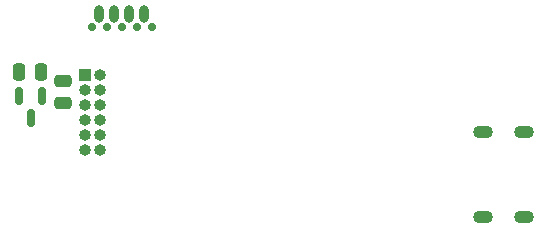
<source format=gbr>
%TF.GenerationSoftware,KiCad,Pcbnew,(6.0.7)*%
%TF.CreationDate,2022-10-28T10:56:42+02:00*%
%TF.ProjectId,LDAD ATOM PRO,4c444144-2041-4544-9f4d-2050524f2e6b,5.3*%
%TF.SameCoordinates,Original*%
%TF.FileFunction,Soldermask,Bot*%
%TF.FilePolarity,Negative*%
%FSLAX46Y46*%
G04 Gerber Fmt 4.6, Leading zero omitted, Abs format (unit mm)*
G04 Created by KiCad (PCBNEW (6.0.7)) date 2022-10-28 10:56:42*
%MOMM*%
%LPD*%
G01*
G04 APERTURE LIST*
G04 Aperture macros list*
%AMRoundRect*
0 Rectangle with rounded corners*
0 $1 Rounding radius*
0 $2 $3 $4 $5 $6 $7 $8 $9 X,Y pos of 4 corners*
0 Add a 4 corners polygon primitive as box body*
4,1,4,$2,$3,$4,$5,$6,$7,$8,$9,$2,$3,0*
0 Add four circle primitives for the rounded corners*
1,1,$1+$1,$2,$3*
1,1,$1+$1,$4,$5*
1,1,$1+$1,$6,$7*
1,1,$1+$1,$8,$9*
0 Add four rect primitives between the rounded corners*
20,1,$1+$1,$2,$3,$4,$5,0*
20,1,$1+$1,$4,$5,$6,$7,0*
20,1,$1+$1,$6,$7,$8,$9,0*
20,1,$1+$1,$8,$9,$2,$3,0*%
G04 Aperture macros list end*
%ADD10RoundRect,0.150000X-0.150000X0.587500X-0.150000X-0.587500X0.150000X-0.587500X0.150000X0.587500X0*%
%ADD11RoundRect,0.250000X0.475000X-0.250000X0.475000X0.250000X-0.475000X0.250000X-0.475000X-0.250000X0*%
%ADD12RoundRect,0.250000X-0.250000X-0.475000X0.250000X-0.475000X0.250000X0.475000X-0.250000X0.475000X0*%
%ADD13R,1.000000X1.000000*%
%ADD14O,1.000000X1.000000*%
%ADD15O,1.700000X1.100000*%
%ADD16C,0.700000*%
%ADD17O,0.800000X1.500000*%
G04 APERTURE END LIST*
D10*
%TO.C,U1*%
X117720000Y-94112500D03*
X119620000Y-94112500D03*
X118670000Y-95987500D03*
%TD*%
D11*
%TO.C,MCPC2*%
X121380000Y-94730000D03*
X121380000Y-92830000D03*
%TD*%
D12*
%TO.C,MCPC1*%
X117680000Y-92070000D03*
X119580000Y-92070000D03*
%TD*%
D13*
%TO.C,J1*%
X123305000Y-92325000D03*
D14*
X124575000Y-92325000D03*
X123305000Y-93595000D03*
X124575000Y-93595000D03*
X123305000Y-94865000D03*
X124575000Y-94865000D03*
X123305000Y-96135000D03*
X124575000Y-96135000D03*
X123305000Y-97405000D03*
X124575000Y-97405000D03*
X123305000Y-98675000D03*
X124575000Y-98675000D03*
%TD*%
D15*
%TO.C,J2*%
X156990000Y-97160000D03*
X160470000Y-97140000D03*
X160470000Y-104360000D03*
X157000000Y-104350000D03*
%TD*%
D16*
%TO.C,ICSP1*%
X125100000Y-88305500D03*
X126370000Y-88305500D03*
X123830000Y-88305500D03*
X128910000Y-88305500D03*
X127640000Y-88305500D03*
D17*
X128275000Y-87150500D03*
X127005000Y-87150500D03*
X125735000Y-87150500D03*
X124465000Y-87150500D03*
%TD*%
M02*

</source>
